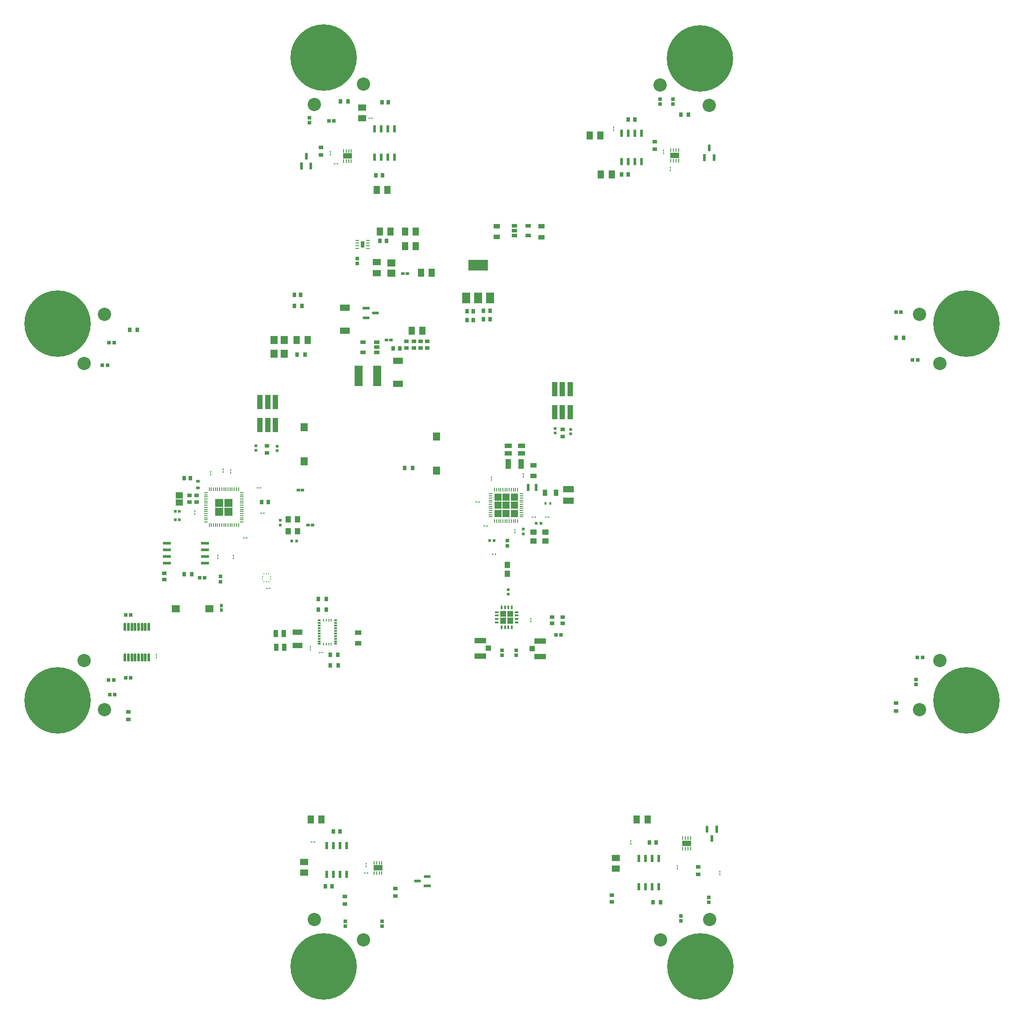
<source format=gbr>
G04*
G04 #@! TF.GenerationSoftware,Altium Limited,Altium Designer,25.8.1 (18)*
G04*
G04 Layer_Color=8421504*
%FSLAX44Y44*%
%MOMM*%
G71*
G04*
G04 #@! TF.SameCoordinates,1712F0CB-3B61-41A3-BC14-C9FE2E182D8B*
G04*
G04*
G04 #@! TF.FilePolarity,Positive*
G04*
G01*
G75*
%ADD16R,1.9000X1.2000*%
%ADD17C,2.5400*%
%ADD18C,12.7000*%
%ADD19R,1.3500X1.5500*%
%ADD20R,0.6500X0.9000*%
%ADD21R,0.7154X0.6725*%
%ADD22R,0.5588X1.4605*%
%ADD23R,1.7018X0.9906*%
%ADD24R,0.2794X0.7112*%
%ADD25R,0.2627X0.3541*%
%ADD26R,0.9000X0.6500*%
%ADD27R,1.2500X1.5500*%
%ADD28R,1.0000X2.8000*%
%ADD29R,1.2062X0.9562*%
%ADD30R,1.0000X0.6600*%
%ADD31R,0.9562X1.2062*%
%ADD32R,0.4500X0.5000*%
%ADD33R,1.3500X0.9500*%
%ADD34R,0.7548X0.2032*%
%ADD35R,1.5500X1.2500*%
%ADD36R,0.3541X0.2627*%
%ADD37R,0.5682X0.5725*%
%ADD38R,1.3000X1.0500*%
%ADD39R,0.5725X0.5682*%
%ADD40R,0.2032X0.7548*%
%ADD41R,0.8500X0.7500*%
%ADD42R,2.2000X1.0500*%
%ADD43R,0.3048X0.7620*%
%ADD44R,0.7500X0.8500*%
%ADD45R,1.5000X2.0000*%
%ADD46R,0.7366X0.2540*%
%ADD47R,0.7112X1.2954*%
%ADD48R,0.6725X0.7154*%
%ADD49R,0.6811X0.5725*%
%ADD50R,1.4000X1.5000*%
%ADD51R,0.1778X0.7620*%
%ADD52R,0.7620X0.1778*%
%ADD53R,0.2750X0.3000*%
%ADD54R,0.7620X0.3048*%
%ADD55R,0.6153X0.5725*%
%ADD56R,0.2500X0.4750*%
%ADD57R,0.4750X0.3500*%
%ADD58R,1.0500X1.3000*%
%ADD59R,0.2500X0.2750*%
%ADD60R,1.5240X0.5334*%
%ADD61R,0.2750X0.2500*%
%ADD62R,0.9500X1.3500*%
%ADD63R,1.5000X1.4000*%
G04:AMPARAMS|DCode=64|XSize=1.5mm|YSize=0.45mm|CornerRadius=0.0495mm|HoleSize=0mm|Usage=FLASHONLY|Rotation=270.000|XOffset=0mm|YOffset=0mm|HoleType=Round|Shape=RoundedRectangle|*
%AMROUNDEDRECTD64*
21,1,1.5000,0.3510,0,0,270.0*
21,1,1.4010,0.4500,0,0,270.0*
1,1,0.0990,-0.1755,-0.7005*
1,1,0.0990,-0.1755,0.7005*
1,1,0.0990,0.1755,0.7005*
1,1,0.0990,0.1755,-0.7005*
%
%ADD64ROUNDEDRECTD64*%
%ADD65R,0.7000X0.8500*%
G04:AMPARAMS|DCode=66|XSize=1.3587mm|YSize=0.5868mm|CornerRadius=0.2934mm|HoleSize=0mm|Usage=FLASHONLY|Rotation=90.000|XOffset=0mm|YOffset=0mm|HoleType=Round|Shape=RoundedRectangle|*
%AMROUNDEDRECTD66*
21,1,1.3587,0.0000,0,0,90.0*
21,1,0.7719,0.5868,0,0,90.0*
1,1,0.5868,0.0000,0.3859*
1,1,0.5868,0.0000,-0.3859*
1,1,0.5868,0.0000,-0.3859*
1,1,0.5868,0.0000,0.3859*
%
%ADD66ROUNDEDRECTD66*%
G04:AMPARAMS|DCode=67|XSize=1.3587mm|YSize=0.5868mm|CornerRadius=0.2934mm|HoleSize=0mm|Usage=FLASHONLY|Rotation=180.000|XOffset=0mm|YOffset=0mm|HoleType=Round|Shape=RoundedRectangle|*
%AMROUNDEDRECTD67*
21,1,1.3587,0.0000,0,0,180.0*
21,1,0.7719,0.5868,0,0,180.0*
1,1,0.5868,-0.3859,0.0000*
1,1,0.5868,0.3859,0.0000*
1,1,0.5868,0.3859,0.0000*
1,1,0.5868,-0.3859,0.0000*
%
%ADD67ROUNDEDRECTD67*%
%ADD68R,3.8000X2.0000*%
%ADD69R,0.8000X0.6000*%
%ADD70R,0.9500X0.8000*%
%ADD71R,0.5500X0.6000*%
%ADD72R,1.1000X1.9000*%
%ADD73R,2.0062X1.2549*%
%ADD74R,0.6000X1.4500*%
%ADD75R,1.0500X1.0000*%
%ADD76R,0.5725X0.6153*%
%ADD77R,1.0582X1.2061*%
%ADD78R,1.5000X4.0000*%
%ADD79R,1.5500X1.3500*%
%ADD80R,1.3587X0.5868*%
%ADD81R,0.5725X0.6811*%
%ADD82R,0.5153X0.4725*%
%ADD83R,1.3562X1.1544*%
%ADD84R,0.5868X1.3587*%
%ADD85R,0.8500X0.7000*%
%ADD86R,1.9000X1.1000*%
G36*
X1192165Y1692852D02*
X1178502D01*
Y1706515D01*
X1192165D01*
Y1692852D01*
D02*
G37*
G36*
X1176502D02*
X1162838D01*
Y1706515D01*
X1176502D01*
Y1692852D01*
D02*
G37*
G36*
X1160838D02*
X1147175D01*
Y1706515D01*
X1160838D01*
Y1692852D01*
D02*
G37*
G36*
X646192Y1681210D02*
X630920D01*
Y1696482D01*
X646192D01*
Y1681210D01*
D02*
G37*
G36*
X628920D02*
X613648D01*
Y1696482D01*
X628920D01*
Y1681210D01*
D02*
G37*
G36*
X1192165Y1677188D02*
X1178502D01*
Y1690852D01*
X1192165D01*
Y1677188D01*
D02*
G37*
G36*
X1176502D02*
X1162838D01*
Y1690852D01*
X1176502D01*
Y1677188D01*
D02*
G37*
G36*
X1160838D02*
X1147175D01*
Y1690852D01*
X1160838D01*
Y1677188D01*
D02*
G37*
G36*
X646192Y1663938D02*
X630920D01*
Y1679210D01*
X646192D01*
Y1663938D01*
D02*
G37*
G36*
X628920D02*
X613648D01*
Y1679210D01*
X628920D01*
Y1663938D01*
D02*
G37*
G36*
X1192165Y1661525D02*
X1178502D01*
Y1675188D01*
X1192165D01*
Y1661525D01*
D02*
G37*
G36*
X1176502D02*
X1162838D01*
Y1675188D01*
X1176502D01*
Y1661525D01*
D02*
G37*
G36*
X1160838D02*
X1147175D01*
Y1675188D01*
X1160838D01*
Y1661525D01*
D02*
G37*
G36*
X1183021Y1470950D02*
X1171813D01*
Y1482158D01*
X1183021D01*
Y1470950D01*
D02*
G37*
G36*
X1169813D02*
X1158605D01*
Y1482158D01*
X1169813D01*
Y1470950D01*
D02*
G37*
G36*
X1183021Y1457742D02*
X1171813D01*
Y1468950D01*
X1183021D01*
Y1457742D01*
D02*
G37*
G36*
X1169813D02*
X1158605D01*
Y1468950D01*
X1169813D01*
Y1457742D01*
D02*
G37*
D16*
X962660Y1960020D02*
D03*
Y1916020D02*
D03*
X861060Y2017620D02*
D03*
X861060Y2061620D02*
D03*
D17*
X803327Y2450597D02*
D03*
X897194Y2489478D02*
D03*
X401823Y2049093D02*
D03*
X362942Y1955226D02*
D03*
X1960377Y2049093D02*
D03*
X1999258Y1955226D02*
D03*
X1960377Y1293547D02*
D03*
X1999258Y1387414D02*
D03*
X1558283Y2448890D02*
D03*
X1464417Y2487771D02*
D03*
X362942Y1387414D02*
D03*
X401823Y1293547D02*
D03*
X897194Y853162D02*
D03*
X803327Y892043D02*
D03*
X1465006Y853162D02*
D03*
X1558873Y892043D02*
D03*
D18*
X821100Y2540437D02*
D03*
X311983Y2031320D02*
D03*
X2050217D02*
D03*
Y1311320D02*
D03*
X1540510Y2538730D02*
D03*
X311983Y1311320D02*
D03*
X821100Y802203D02*
D03*
X1541100D02*
D03*
D19*
X745080Y2000250D02*
D03*
X725580D02*
D03*
X745080Y1973580D02*
D03*
X725580D02*
D03*
D20*
X990600Y1755140D02*
D03*
X976100D02*
D03*
X1915530Y2004060D02*
D03*
X1518550Y2430780D02*
D03*
X1465210Y924560D02*
D03*
X867410Y2456180D02*
D03*
X784860Y1972310D02*
D03*
X779410Y2065020D02*
D03*
X449950Y2019300D02*
D03*
X852910Y2456180D02*
D03*
X464450Y2019300D02*
D03*
X554090Y1551940D02*
D03*
X811000Y1484630D02*
D03*
X848360Y1377950D02*
D03*
X825500Y1504950D02*
D03*
X811000D02*
D03*
X825500Y1484630D02*
D03*
X847990Y1398270D02*
D03*
X833490D02*
D03*
X833860Y1377950D02*
D03*
X770360Y1972310D02*
D03*
X764910Y2065020D02*
D03*
X568590Y1551940D02*
D03*
X1450710Y924560D02*
D03*
X1504050Y2430780D02*
D03*
X1930030Y2004060D02*
D03*
D21*
X407376Y1951990D02*
D03*
X397804D02*
D03*
X442254Y1474470D02*
D03*
X840151Y2419350D02*
D03*
X420076Y1995170D02*
D03*
X1965960Y1393190D02*
D03*
X1956389D02*
D03*
X1265214Y1436370D02*
D03*
X1274786D02*
D03*
X593090Y1545590D02*
D03*
X583519D02*
D03*
X442254Y1353820D02*
D03*
X451826D02*
D03*
X409529Y1350010D02*
D03*
X419100D02*
D03*
X411774Y1322070D02*
D03*
X421346D02*
D03*
X830580Y2419350D02*
D03*
X410504Y1995170D02*
D03*
X1915454Y2053590D02*
D03*
X1925026D02*
D03*
X1947204Y1962150D02*
D03*
X1956776D02*
D03*
X451826Y1474470D02*
D03*
D22*
X918210Y2403983D02*
D03*
X930910D02*
D03*
X943610D02*
D03*
X956310D02*
D03*
X943610Y2349500D02*
D03*
X930910D02*
D03*
X918210D02*
D03*
X956310D02*
D03*
X1428750Y2341308D02*
D03*
X1461770Y954469D02*
D03*
X864870Y978598D02*
D03*
X1390650Y2395791D02*
D03*
X826770Y1033082D02*
D03*
X1423670Y1008951D02*
D03*
Y954469D02*
D03*
X1436370D02*
D03*
X1461770Y1008951D02*
D03*
X1449070D02*
D03*
X1436370D02*
D03*
X1449070Y954469D02*
D03*
X826770Y978598D02*
D03*
X839470D02*
D03*
X852170D02*
D03*
X864870Y1033082D02*
D03*
X852170D02*
D03*
X839470D02*
D03*
X1403350Y2395791D02*
D03*
X1416050D02*
D03*
X1428750D02*
D03*
X1416050Y2341308D02*
D03*
X1403350D02*
D03*
X1390650D02*
D03*
D23*
X1492250Y2353310D02*
D03*
X1515110Y1037590D02*
D03*
X866140Y2352040D02*
D03*
X924560Y990600D02*
D03*
D24*
X1499752Y2343277D02*
D03*
X1522612Y1027557D02*
D03*
X873642Y2342007D02*
D03*
X932062Y980567D02*
D03*
X917058D02*
D03*
X922059D02*
D03*
X927061D02*
D03*
X932062Y1000633D02*
D03*
X927061D02*
D03*
X922059D02*
D03*
X917058D02*
D03*
X858638Y2342007D02*
D03*
X863639D02*
D03*
X868641D02*
D03*
X873642Y2362073D02*
D03*
X868641D02*
D03*
X863639D02*
D03*
X858638D02*
D03*
X1507608Y1047623D02*
D03*
X1512609D02*
D03*
X1517611D02*
D03*
X1522612D02*
D03*
X1517611Y1027557D02*
D03*
X1512609D02*
D03*
X1507608D02*
D03*
X1484748Y2363343D02*
D03*
X1489749D02*
D03*
X1494751D02*
D03*
X1499752D02*
D03*
X1494751Y2343277D02*
D03*
X1489749D02*
D03*
X1484748D02*
D03*
D25*
X1470660Y2357114D02*
D03*
X1375410Y2406653D02*
D03*
X1483360Y2324094D02*
D03*
X1202690Y1743710D02*
D03*
X1578610Y977894D02*
D03*
X1408430Y1041406D02*
D03*
X1497330Y989324D02*
D03*
X1186180Y1631950D02*
D03*
X1216660Y1466850D02*
D03*
X1141730Y1737366D02*
D03*
X833120Y2354574D02*
D03*
X628650Y1752603D02*
D03*
X642614Y1751330D02*
D03*
X604520Y1747520D02*
D03*
X574040Y1667507D02*
D03*
X901700Y993140D02*
D03*
X795020Y1408430D02*
D03*
X647700Y1582420D02*
D03*
X618490Y1582414D02*
D03*
X500380Y1398276D02*
D03*
X1408430Y1036320D02*
D03*
X1375410Y2401567D02*
D03*
X1216660Y1461764D02*
D03*
X500380Y1393190D02*
D03*
X574040Y1672593D02*
D03*
X618490Y1587500D02*
D03*
X647700Y1587506D02*
D03*
X642614Y1746244D02*
D03*
X604520Y1742434D02*
D03*
X628650Y1747517D02*
D03*
X1141730Y1732280D02*
D03*
X1186180Y1637036D02*
D03*
X1202690Y1738624D02*
D03*
X795020Y1413516D02*
D03*
X901712Y998186D02*
D03*
X833120Y2359660D02*
D03*
X1497330Y994410D02*
D03*
X1578610Y982980D02*
D03*
X1483360Y2329180D02*
D03*
X1470660Y2362200D02*
D03*
D26*
X1454150Y2365110D02*
D03*
X1915160Y1305560D02*
D03*
X1536700Y978270D02*
D03*
X815340Y2354050D02*
D03*
X957580Y936360D02*
D03*
X861060Y935620D02*
D03*
X447040Y1274180D02*
D03*
X1915160Y1291060D02*
D03*
X815340Y2368550D02*
D03*
X861060Y921120D02*
D03*
X447040Y1288680D02*
D03*
X1536700Y992770D02*
D03*
X1454150Y2379610D02*
D03*
X957580Y950860D02*
D03*
D27*
X1350190Y2391410D02*
D03*
X1351100Y2316480D02*
D03*
X1419680Y1083310D02*
D03*
X942520Y2287270D02*
D03*
X976450Y2179320D02*
D03*
X1027610Y2128520D02*
D03*
X796290Y1083310D02*
D03*
X922020Y2287270D02*
D03*
X1371600Y2316480D02*
D03*
X997130Y2207260D02*
D03*
X976630D02*
D03*
X948780D02*
D03*
X928280D02*
D03*
X996950Y2179320D02*
D03*
X1007110Y2128520D02*
D03*
X789940Y2000250D02*
D03*
X1440180Y1083310D02*
D03*
X1329690Y2391410D02*
D03*
X769440Y2000250D02*
D03*
X1009740Y2018030D02*
D03*
X989240D02*
D03*
X816790Y1083310D02*
D03*
D28*
X1292380Y1905820D02*
D03*
X1277380D02*
D03*
X1262380D02*
D03*
X698740Y1881280D02*
D03*
X728740D02*
D03*
X713740D02*
D03*
X1262380Y1861820D02*
D03*
X1277380D02*
D03*
X1292380D02*
D03*
X698740Y1837280D02*
D03*
X713740D02*
D03*
X728740D02*
D03*
D29*
X1236980Y2196920D02*
D03*
X1221740Y1760400D02*
D03*
X1151890Y2197100D02*
D03*
X886460Y1419860D02*
D03*
X1151890Y2217600D02*
D03*
X1221740Y1739900D02*
D03*
X886460Y1440360D02*
D03*
X1236980Y2217420D02*
D03*
D30*
X1211580Y2199640D02*
D03*
X1185280Y2209140D02*
D03*
X922470Y1986280D02*
D03*
X1185280Y2199640D02*
D03*
Y2218640D02*
D03*
X1211580D02*
D03*
X896170Y1976780D02*
D03*
Y1995780D02*
D03*
X922470D02*
D03*
Y1976780D02*
D03*
D31*
X1244420Y1708150D02*
D03*
X1264920D02*
D03*
D32*
X1244930Y1687830D02*
D03*
X1254430D02*
D03*
D33*
X1198880Y1798080D02*
D03*
X1173480D02*
D03*
X1198880Y1783080D02*
D03*
X1173480D02*
D03*
D34*
X1199424Y1694020D02*
D03*
X1139916Y1690020D02*
D03*
X1199424Y1662020D02*
D03*
Y1706020D02*
D03*
Y1702020D02*
D03*
Y1698020D02*
D03*
Y1690020D02*
D03*
Y1686020D02*
D03*
Y1682020D02*
D03*
Y1678020D02*
D03*
Y1674020D02*
D03*
Y1670020D02*
D03*
Y1666020D02*
D03*
X1139916Y1662020D02*
D03*
Y1666020D02*
D03*
Y1670020D02*
D03*
Y1674020D02*
D03*
Y1678020D02*
D03*
Y1682020D02*
D03*
Y1686020D02*
D03*
Y1694020D02*
D03*
Y1698020D02*
D03*
Y1702020D02*
D03*
Y1706020D02*
D03*
D35*
X1379438Y1009522D02*
D03*
X922020Y2128340D02*
D03*
X894080Y2424250D02*
D03*
X783590Y1002210D02*
D03*
X894080Y2444750D02*
D03*
X922020Y2148840D02*
D03*
X783590Y981710D02*
D03*
X1379438Y989022D02*
D03*
D36*
X1245864Y1661160D02*
D03*
X1225553D02*
D03*
X908047Y2424430D02*
D03*
X1112514Y1690370D02*
D03*
X842004Y2336800D02*
D03*
X699770Y1717040D02*
D03*
X706126Y1668780D02*
D03*
X1127757Y1644650D02*
D03*
X899160Y980440D02*
D03*
X812797Y1402080D02*
D03*
X797557Y1040130D02*
D03*
X673103Y1621790D02*
D03*
X712470Y1525270D02*
D03*
X913133Y2424430D02*
D03*
X802643Y1040130D02*
D03*
X668017Y1621790D02*
D03*
X701040Y1668780D02*
D03*
X694684Y1717040D02*
D03*
X1117600Y1690370D02*
D03*
X1132843Y1644650D02*
D03*
X1220467Y1661160D02*
D03*
X1250950D02*
D03*
X817883Y1402080D02*
D03*
X717556Y1525270D02*
D03*
X904246Y980440D02*
D03*
X847090Y2336800D02*
D03*
D37*
X1227378Y1649730D02*
D03*
X760018Y1615440D02*
D03*
X1236422Y1649730D02*
D03*
X769062Y1615440D02*
D03*
D38*
X1244670Y1615580D02*
D03*
X1221670Y1633080D02*
D03*
Y1615580D02*
D03*
X1244670Y1633080D02*
D03*
D39*
X1202690Y1638453D02*
D03*
X737870Y1646478D02*
D03*
X1202690Y1629410D02*
D03*
X737870Y1655522D02*
D03*
D40*
X1175670Y1654266D02*
D03*
X1147670Y1713774D02*
D03*
Y1654266D02*
D03*
X1191670D02*
D03*
X1187670D02*
D03*
X1183670D02*
D03*
X1179670D02*
D03*
X1171670D02*
D03*
X1167670D02*
D03*
X1163670D02*
D03*
X1159670D02*
D03*
X1155670D02*
D03*
X1151670D02*
D03*
Y1713774D02*
D03*
X1155670D02*
D03*
X1159670D02*
D03*
X1163670D02*
D03*
X1167670D02*
D03*
X1171670D02*
D03*
X1175670D02*
D03*
X1179670D02*
D03*
X1183670D02*
D03*
X1187670D02*
D03*
X1191670D02*
D03*
D41*
X1277620Y1470560D02*
D03*
X1257300Y1470460D02*
D03*
X1018540Y1997710D02*
D03*
X993140Y1997610D02*
D03*
X1005840D02*
D03*
X979170Y1997510D02*
D03*
X577850Y1702970D02*
D03*
X563880D02*
D03*
X515620Y1541880D02*
D03*
X1257300Y1457960D02*
D03*
X1277620Y1458060D02*
D03*
X577850Y1690470D02*
D03*
X515620Y1554380D02*
D03*
X1018540Y1985210D02*
D03*
X1005840Y1985110D02*
D03*
X993140D02*
D03*
X979170Y1985010D02*
D03*
X563880Y1690470D02*
D03*
D42*
X1234440Y1424450D02*
D03*
Y1394950D02*
D03*
X1120140Y1425230D02*
D03*
Y1395730D02*
D03*
D43*
X1161063Y1450773D02*
D03*
X1167563D02*
D03*
X1174063D02*
D03*
X1180563D02*
D03*
Y1489127D02*
D03*
X1174063D02*
D03*
X1167563D02*
D03*
X1161063D02*
D03*
D44*
X940970Y2189480D02*
D03*
X1126590Y2056130D02*
D03*
Y2039620D02*
D03*
X1094840Y2054860D02*
D03*
Y2038350D02*
D03*
X953770Y1983740D02*
D03*
X777140Y2086610D02*
D03*
X714810Y1690370D02*
D03*
X553720Y1736090D02*
D03*
X566220D02*
D03*
X702310Y1690370D02*
D03*
X1107340Y2038350D02*
D03*
Y2054860D02*
D03*
X1139090Y2039620D02*
D03*
Y2056130D02*
D03*
X966270Y1983740D02*
D03*
X764640Y2086610D02*
D03*
X928470Y2189480D02*
D03*
D45*
X1093330Y2080260D02*
D03*
X1116330D02*
D03*
X1139330D02*
D03*
D46*
X905256Y2175630D02*
D03*
Y2190630D02*
D03*
Y2185630D02*
D03*
Y2180630D02*
D03*
X885444Y2175630D02*
D03*
Y2180630D02*
D03*
Y2185630D02*
D03*
Y2190630D02*
D03*
D47*
X895350Y2183130D02*
D03*
D48*
X885190Y2146594D02*
D03*
X793750Y2415540D02*
D03*
X1953260Y1341414D02*
D03*
Y1350986D02*
D03*
X793750Y2425111D02*
D03*
X1188720Y1406866D02*
D03*
Y1397294D02*
D03*
X1162050Y1406866D02*
D03*
Y1397294D02*
D03*
X1172210Y1616416D02*
D03*
Y1606844D02*
D03*
X885190Y2156166D02*
D03*
X623570Y1547836D02*
D03*
Y1538264D02*
D03*
X862330Y879134D02*
D03*
Y888706D02*
D03*
X932180Y879134D02*
D03*
Y888706D02*
D03*
X1557020Y924854D02*
D03*
Y934426D02*
D03*
X1503680Y898866D02*
D03*
Y889294D02*
D03*
X1488440Y2451394D02*
D03*
Y2460966D02*
D03*
X1464310Y2451394D02*
D03*
Y2460966D02*
D03*
D49*
X949035Y2000250D02*
D03*
X940725D02*
D03*
X972129Y2127250D02*
D03*
X980440D02*
D03*
X772160Y1713230D02*
D03*
X780471D02*
D03*
X791210Y1645920D02*
D03*
X799521D02*
D03*
D50*
X1036320Y1815580D02*
D03*
X783590Y1833360D02*
D03*
Y1768360D02*
D03*
X1036320Y1750580D02*
D03*
D51*
X657920Y1714500D02*
D03*
X601920D02*
D03*
X625920D02*
D03*
X629920D02*
D03*
X601920Y1645920D02*
D03*
X641920D02*
D03*
X621920D02*
D03*
X605920Y1714500D02*
D03*
X609920Y1645920D02*
D03*
X649920Y1714500D02*
D03*
X617920D02*
D03*
X605920Y1645920D02*
D03*
X613920D02*
D03*
X617920D02*
D03*
X625920D02*
D03*
X629920D02*
D03*
X633920D02*
D03*
X637920D02*
D03*
X645920D02*
D03*
X649920D02*
D03*
X653920D02*
D03*
X657920D02*
D03*
X653920Y1714500D02*
D03*
X645920D02*
D03*
X641920D02*
D03*
X633920D02*
D03*
X621920D02*
D03*
X613920D02*
D03*
X609920D02*
D03*
X637920D02*
D03*
D52*
X664210Y1704210D02*
D03*
X595630D02*
D03*
Y1696210D02*
D03*
X664210Y1680210D02*
D03*
Y1708210D02*
D03*
X595630Y1680210D02*
D03*
Y1676210D02*
D03*
X664210Y1668210D02*
D03*
Y1652210D02*
D03*
Y1664210D02*
D03*
Y1672210D02*
D03*
Y1676210D02*
D03*
Y1684210D02*
D03*
Y1688210D02*
D03*
Y1692210D02*
D03*
Y1696210D02*
D03*
Y1700210D02*
D03*
X595630Y1708210D02*
D03*
Y1700210D02*
D03*
Y1692210D02*
D03*
Y1688210D02*
D03*
Y1684210D02*
D03*
Y1672210D02*
D03*
Y1668210D02*
D03*
Y1664210D02*
D03*
Y1660210D02*
D03*
Y1656210D02*
D03*
Y1652210D02*
D03*
X664210Y1656210D02*
D03*
Y1660210D02*
D03*
D53*
X1144185Y1590040D02*
D03*
X1149435D02*
D03*
D54*
X1151636Y1460200D02*
D03*
X1189990Y1466700D02*
D03*
Y1460200D02*
D03*
Y1473200D02*
D03*
Y1479700D02*
D03*
X1151636D02*
D03*
Y1473200D02*
D03*
Y1466700D02*
D03*
D55*
X1138239Y1616710D02*
D03*
X1146810D02*
D03*
D56*
X825540Y1464575D02*
D03*
X835540Y1418325D02*
D03*
X820540D02*
D03*
Y1464575D02*
D03*
X825540Y1418325D02*
D03*
X830540D02*
D03*
X835540Y1464575D02*
D03*
X830540D02*
D03*
D57*
X812415Y1438950D02*
D03*
X843665Y1418950D02*
D03*
Y1458950D02*
D03*
Y1443950D02*
D03*
Y1423950D02*
D03*
Y1428950D02*
D03*
Y1433950D02*
D03*
Y1438950D02*
D03*
Y1448950D02*
D03*
Y1453950D02*
D03*
Y1463950D02*
D03*
X812415D02*
D03*
Y1458950D02*
D03*
Y1453950D02*
D03*
Y1448950D02*
D03*
Y1443950D02*
D03*
Y1433950D02*
D03*
Y1428950D02*
D03*
Y1423950D02*
D03*
Y1418950D02*
D03*
D58*
X770610Y1657490D02*
D03*
X753110Y1634490D02*
D03*
X770610D02*
D03*
X753110Y1657490D02*
D03*
D59*
X716195Y1553255D02*
D03*
X706195D02*
D03*
X711195Y1538005D02*
D03*
X706195D02*
D03*
X716195D02*
D03*
X711195Y1553255D02*
D03*
D60*
X593979Y1611630D02*
D03*
X521081Y1573530D02*
D03*
X593979D02*
D03*
Y1586230D02*
D03*
Y1598930D02*
D03*
X521081Y1611630D02*
D03*
Y1598930D02*
D03*
Y1586230D02*
D03*
D61*
X718820Y1543130D02*
D03*
X703570D02*
D03*
Y1548130D02*
D03*
X718820D02*
D03*
D62*
X729220Y1438910D02*
D03*
X730370Y1412240D02*
D03*
X744220Y1438910D02*
D03*
X745370Y1412240D02*
D03*
D63*
X537730Y1485900D02*
D03*
X602730D02*
D03*
D64*
X440800Y1451400D02*
D03*
X447300D02*
D03*
X473300Y1393400D02*
D03*
X466800D02*
D03*
X486300D02*
D03*
Y1451400D02*
D03*
X479800D02*
D03*
X473300D02*
D03*
X466800D02*
D03*
X453800D02*
D03*
X440800Y1393400D02*
D03*
X447300D02*
D03*
X453800D02*
D03*
X460300D02*
D03*
X479800D02*
D03*
X460300Y1451400D02*
D03*
D65*
X933350Y2315210D02*
D03*
X932180Y2454910D02*
D03*
X944680D02*
D03*
X920850Y2315210D02*
D03*
X836930Y955040D02*
D03*
X824430D02*
D03*
X1444190Y1038860D02*
D03*
X1456690D02*
D03*
X1403450Y2421890D02*
D03*
X1415950D02*
D03*
X1390850Y2316480D02*
D03*
X1403350D02*
D03*
X839470Y1060450D02*
D03*
X851970D02*
D03*
D66*
X1567440Y2349123D02*
D03*
X796550Y2332613D02*
D03*
X1554220Y1065014D02*
D03*
X787400Y2351147D02*
D03*
X1563370Y1046480D02*
D03*
X1558290Y2367657D02*
D03*
D67*
X1018917Y974350D02*
D03*
X901700Y2042910D02*
D03*
X920234Y2052060D02*
D03*
X1000383Y965200D02*
D03*
D68*
X1116330Y2143260D02*
D03*
D69*
X580390Y1730040D02*
D03*
Y1717040D02*
D03*
D70*
X1277620Y1829200D02*
D03*
Y1815700D02*
D03*
X712470Y1797850D02*
D03*
Y1784350D02*
D03*
D71*
X1263650Y1830510D02*
D03*
Y1822010D02*
D03*
X1292860Y1829240D02*
D03*
Y1820740D02*
D03*
X731520Y1796660D02*
D03*
Y1788160D02*
D03*
X690880Y1797930D02*
D03*
Y1789430D02*
D03*
D72*
X1198680Y1762760D02*
D03*
X1173680D02*
D03*
D73*
X1289050Y1714423D02*
D03*
Y1692910D02*
D03*
D74*
X1211580Y1718310D02*
D03*
X1227580D02*
D03*
D75*
X1219190Y1409700D02*
D03*
X1135390Y1410480D02*
D03*
D76*
X1173480Y1514159D02*
D03*
Y1522730D02*
D03*
D77*
X1172210Y1569720D02*
D03*
Y1553198D02*
D03*
D78*
X887510Y1931670D02*
D03*
X923510D02*
D03*
D79*
X949960Y2128070D02*
D03*
Y2147570D02*
D03*
D80*
X901700Y2061210D02*
D03*
X1018917Y956050D02*
D03*
D81*
X624840Y1492250D02*
D03*
Y1483939D02*
D03*
D82*
X544806Y1672590D02*
D03*
X537234D02*
D03*
X544806Y1656080D02*
D03*
X537234D02*
D03*
D83*
X544830Y1702618D02*
D03*
Y1689100D02*
D03*
D84*
X1572520Y1065014D02*
D03*
X1549140Y2349123D02*
D03*
X778250Y2332613D02*
D03*
D85*
X1371600Y938530D02*
D03*
Y926030D02*
D03*
D86*
X770890Y1441250D02*
D03*
Y1416250D02*
D03*
M02*

</source>
